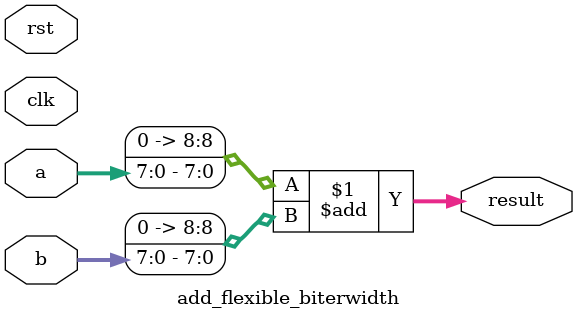
<source format=v>

module add_flexible_biterwidth (
    clk,
    rst,
    a,
    b,
    result
    );
    
    parameter WIDTH_A = 8;
    parameter WIDTH_B = 8;
    
    localparam WIDTH_OUT = 1 + (((WIDTH_A) > (WIDTH_B)) ? (WIDTH_A) : (WIDTH_B));
    
    input clk, rst;
    input [WIDTH_A - 1:0] a;
    input [WIDTH_B - 1:0] b;
    output reg [WIDTH_OUT - 1:0] result;
    
    assign result = {{(WIDTH_OUT - WIDTH_A){1'b0}}, a} + {{(WIDTH_OUT - WIDTH_B){1'b0}}, b};
    
endmodule

</source>
